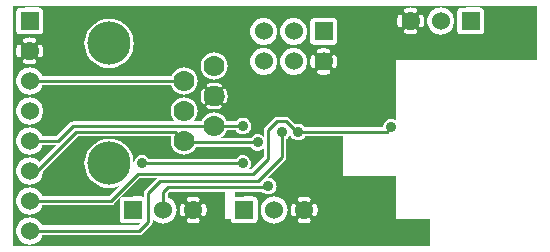
<source format=gbr>
G04 start of page 3 for group 1 idx 1 *
G04 Title: (unknown), solder *
G04 Creator: pcb 20110918 *
G04 CreationDate: Sun 25 Aug 2013 09:43:08 PM GMT UTC *
G04 For: ndholmes *
G04 Format: Gerber/RS-274X *
G04 PCB-Dimensions: 180000 82000 *
G04 PCB-Coordinate-Origin: lower left *
%MOIN*%
%FSLAX25Y25*%
%LNBOTTOM*%
%ADD36C,0.1280*%
%ADD35C,0.0380*%
%ADD34C,0.0300*%
%ADD33C,0.0200*%
%ADD32C,0.0360*%
%ADD31C,0.1440*%
%ADD30C,0.0600*%
%ADD29C,0.0700*%
%ADD28C,0.0100*%
%ADD27C,0.0001*%
G54D27*G36*
X1000Y1000D02*Y10000D01*
X4415D01*
X3847Y9652D01*
X3308Y9192D01*
X2848Y8653D01*
X2478Y8049D01*
X2207Y7395D01*
X2042Y6706D01*
X1986Y6000D01*
X2042Y5294D01*
X2207Y4605D01*
X2478Y3951D01*
X2848Y3347D01*
X3308Y2808D01*
X3847Y2348D01*
X4451Y1978D01*
X5105Y1707D01*
X5794Y1542D01*
X6500Y1486D01*
X7206Y1542D01*
X7895Y1707D01*
X8549Y1978D01*
X9153Y2348D01*
X9692Y2808D01*
X10152Y3347D01*
X10522Y3951D01*
X10749Y4500D01*
X27500D01*
X27500Y4500D01*
X42941D01*
X43000Y4495D01*
X43235Y4514D01*
X43235Y4514D01*
X43465Y4569D01*
X43683Y4659D01*
X43884Y4783D01*
X44064Y4936D01*
X44102Y4981D01*
X47019Y7898D01*
X47064Y7936D01*
X47217Y8115D01*
X47217Y8116D01*
X47341Y8317D01*
X47431Y8535D01*
X47486Y8765D01*
X47505Y9000D01*
X47500Y9059D01*
Y10000D01*
X47644D01*
X47808Y9808D01*
X48347Y9348D01*
X48951Y8978D01*
X49605Y8707D01*
X50294Y8542D01*
X51000Y8486D01*
X51706Y8542D01*
X52395Y8707D01*
X53049Y8978D01*
X53653Y9348D01*
X54192Y9808D01*
X54356Y10000D01*
X59008D01*
X58946Y9913D01*
X58893Y9808D01*
X58857Y9695D01*
X58840Y9579D01*
X58841Y9461D01*
X58860Y9344D01*
X58897Y9232D01*
X58952Y9127D01*
X59022Y9032D01*
X59106Y8949D01*
X59202Y8881D01*
X59308Y8830D01*
X59716Y8682D01*
X60137Y8578D01*
X60567Y8516D01*
X61000Y8495D01*
X61433Y8516D01*
X61863Y8578D01*
X62284Y8682D01*
X62694Y8825D01*
X62800Y8878D01*
X62896Y8947D01*
X62981Y9030D01*
X63051Y9125D01*
X63106Y9231D01*
X63143Y9343D01*
X63163Y9460D01*
X63164Y9579D01*
X63146Y9696D01*
X63110Y9809D01*
X63057Y9915D01*
X62996Y10000D01*
X73513D01*
X73514Y9765D01*
X73569Y9535D01*
X73659Y9317D01*
X73783Y9116D01*
X73936Y8936D01*
X74116Y8783D01*
X74317Y8659D01*
X74535Y8569D01*
X74765Y8514D01*
X75000Y8500D01*
X81235Y8514D01*
X81465Y8569D01*
X81683Y8659D01*
X81884Y8783D01*
X82064Y8936D01*
X82217Y9116D01*
X82341Y9317D01*
X82431Y9535D01*
X82486Y9765D01*
X82500Y10000D01*
X84644D01*
X84808Y9808D01*
X85347Y9348D01*
X85951Y8978D01*
X86605Y8707D01*
X87294Y8542D01*
X88000Y8486D01*
X88706Y8542D01*
X89395Y8707D01*
X90049Y8978D01*
X90653Y9348D01*
X91192Y9808D01*
X91356Y10000D01*
X96008D01*
X95946Y9913D01*
X95893Y9808D01*
X95857Y9695D01*
X95840Y9579D01*
X95841Y9461D01*
X95860Y9344D01*
X95897Y9232D01*
X95952Y9127D01*
X96022Y9032D01*
X96106Y8949D01*
X96202Y8881D01*
X96308Y8830D01*
X96716Y8682D01*
X97137Y8578D01*
X97567Y8516D01*
X98000Y8495D01*
X98433Y8516D01*
X98863Y8578D01*
X99284Y8682D01*
X99694Y8825D01*
X99800Y8878D01*
X99896Y8947D01*
X99981Y9030D01*
X100051Y9125D01*
X100106Y9231D01*
X100143Y9343D01*
X100163Y9460D01*
X100164Y9579D01*
X100146Y9696D01*
X100110Y9809D01*
X100057Y9915D01*
X99996Y10000D01*
X140000D01*
Y1000D01*
X1000D01*
G37*
G36*
X32243Y14500D02*X33441D01*
X33500Y14495D01*
X33735Y14514D01*
X33735Y14514D01*
X33965Y14569D01*
X34183Y14659D01*
X34384Y14783D01*
X34564Y14936D01*
X34602Y14981D01*
X43121Y23500D01*
X48879D01*
X44981Y19602D01*
X44936Y19564D01*
X44783Y19384D01*
X44659Y19183D01*
X44569Y18965D01*
X44514Y18735D01*
X44514Y18735D01*
X44495Y18500D01*
X44500Y18441D01*
Y17416D01*
X44465Y17431D01*
X44235Y17486D01*
X44000Y17500D01*
X37765Y17486D01*
X37535Y17431D01*
X37317Y17341D01*
X37116Y17217D01*
X36936Y17064D01*
X36783Y16884D01*
X36659Y16683D01*
X36569Y16465D01*
X36514Y16235D01*
X36500Y16000D01*
X36514Y9765D01*
X36569Y9535D01*
X36659Y9317D01*
X36783Y9116D01*
X36936Y8936D01*
X37116Y8783D01*
X37317Y8659D01*
X37535Y8569D01*
X37765Y8514D01*
X38000Y8500D01*
X43391Y8512D01*
X42879Y8000D01*
X32243D01*
Y14500D01*
G37*
G36*
Y20334D02*X33000Y20275D01*
X34287Y20376D01*
X35542Y20677D01*
X36420Y21041D01*
X32879Y17500D01*
X32243D01*
Y20334D01*
G37*
G36*
Y37500D02*X53751D01*
X53707Y37395D01*
X53542Y36706D01*
X53486Y36000D01*
X53542Y35294D01*
X53707Y34605D01*
X53978Y33951D01*
X54348Y33347D01*
X54808Y32808D01*
X55347Y32348D01*
X55951Y31978D01*
X56605Y31707D01*
X57294Y31542D01*
X58000Y31486D01*
X58706Y31542D01*
X59395Y31707D01*
X60049Y31978D01*
X60653Y32348D01*
X61192Y32808D01*
X61652Y33347D01*
X62022Y33951D01*
X62042Y34000D01*
X80135D01*
X80228Y33849D01*
X80514Y33514D01*
X80849Y33228D01*
X81225Y32997D01*
X81632Y32829D01*
X82061Y32726D01*
X82500Y32691D01*
X82939Y32726D01*
X83368Y32829D01*
X83775Y32997D01*
X84151Y33228D01*
X84486Y33514D01*
X84500Y33530D01*
Y30621D01*
X80379Y26500D01*
X79470D01*
X79486Y26514D01*
X79772Y26849D01*
X80003Y27225D01*
X80171Y27632D01*
X80274Y28061D01*
X80300Y28500D01*
X80274Y28939D01*
X80171Y29368D01*
X80003Y29775D01*
X79772Y30151D01*
X79486Y30486D01*
X79151Y30772D01*
X78775Y31003D01*
X78368Y31171D01*
X77939Y31274D01*
X77500Y31309D01*
X77061Y31274D01*
X76632Y31171D01*
X76225Y31003D01*
X75849Y30772D01*
X75514Y30486D01*
X75228Y30151D01*
X75135Y30000D01*
X46365D01*
X46272Y30151D01*
X45986Y30486D01*
X45651Y30772D01*
X45275Y31003D01*
X44868Y31171D01*
X44439Y31274D01*
X44000Y31309D01*
X43561Y31274D01*
X43132Y31171D01*
X42725Y31003D01*
X42349Y30772D01*
X42014Y30486D01*
X41728Y30151D01*
X41497Y29775D01*
X41329Y29368D01*
X41226Y28939D01*
X41196Y28563D01*
X41124Y29787D01*
X40823Y31042D01*
X40329Y32234D01*
X39654Y33335D01*
X38816Y34316D01*
X37835Y35154D01*
X36734Y35829D01*
X35542Y36323D01*
X34287Y36624D01*
X33000Y36725D01*
X32243Y36666D01*
Y37500D01*
G37*
G36*
X108113Y81000D02*X118000D01*
Y40500D01*
X108113D01*
Y60353D01*
X108156Y60360D01*
X108268Y60397D01*
X108373Y60452D01*
X108468Y60522D01*
X108551Y60606D01*
X108619Y60702D01*
X108670Y60808D01*
X108818Y61216D01*
X108922Y61637D01*
X108984Y62067D01*
X109005Y62500D01*
X108984Y62933D01*
X108922Y63363D01*
X108818Y63784D01*
X108675Y64194D01*
X108622Y64300D01*
X108553Y64396D01*
X108470Y64481D01*
X108375Y64551D01*
X108269Y64606D01*
X108157Y64643D01*
X108113Y64651D01*
Y68130D01*
X108183Y68159D01*
X108384Y68283D01*
X108564Y68436D01*
X108717Y68616D01*
X108841Y68817D01*
X108931Y69035D01*
X108986Y69265D01*
X109000Y69500D01*
X108986Y75735D01*
X108931Y75965D01*
X108841Y76183D01*
X108717Y76384D01*
X108564Y76564D01*
X108384Y76717D01*
X108183Y76841D01*
X108113Y76870D01*
Y81000D01*
G37*
G36*
Y40500D02*X104500D01*
Y57995D01*
X104933Y58016D01*
X105363Y58078D01*
X105784Y58182D01*
X106194Y58325D01*
X106300Y58378D01*
X106396Y58447D01*
X106481Y58530D01*
X106551Y58625D01*
X106606Y58731D01*
X106643Y58843D01*
X106663Y58960D01*
X106664Y59079D01*
X106646Y59196D01*
X106610Y59309D01*
X106557Y59415D01*
X106488Y59512D01*
X106405Y59596D01*
X106309Y59667D01*
X106204Y59721D01*
X106092Y59759D01*
X105975Y59778D01*
X105856Y59779D01*
X105739Y59761D01*
X105626Y59723D01*
X105355Y59624D01*
X105075Y59556D01*
X104789Y59514D01*
X104500Y59500D01*
Y65500D01*
X104789Y65486D01*
X105075Y65444D01*
X105355Y65376D01*
X105628Y65280D01*
X105739Y65242D01*
X105856Y65225D01*
X105974Y65225D01*
X106091Y65245D01*
X106203Y65282D01*
X106307Y65336D01*
X106402Y65406D01*
X106485Y65491D01*
X106554Y65587D01*
X106607Y65692D01*
X106643Y65805D01*
X106660Y65921D01*
X106659Y66039D01*
X106640Y66156D01*
X106603Y66268D01*
X106548Y66373D01*
X106478Y66468D01*
X106394Y66551D01*
X106298Y66619D01*
X106192Y66670D01*
X105784Y66818D01*
X105363Y66922D01*
X104933Y66984D01*
X104500Y67005D01*
Y68007D01*
X107735Y68014D01*
X107965Y68069D01*
X108113Y68130D01*
Y64651D01*
X108040Y64663D01*
X107921Y64664D01*
X107804Y64646D01*
X107691Y64610D01*
X107585Y64557D01*
X107488Y64488D01*
X107404Y64405D01*
X107333Y64309D01*
X107279Y64204D01*
X107241Y64092D01*
X107222Y63975D01*
X107221Y63856D01*
X107239Y63739D01*
X107277Y63626D01*
X107376Y63355D01*
X107444Y63075D01*
X107486Y62789D01*
X107500Y62500D01*
X107486Y62211D01*
X107444Y61925D01*
X107376Y61645D01*
X107280Y61372D01*
X107242Y61261D01*
X107225Y61144D01*
X107225Y61026D01*
X107245Y60909D01*
X107282Y60797D01*
X107336Y60693D01*
X107406Y60598D01*
X107491Y60515D01*
X107587Y60446D01*
X107692Y60393D01*
X107805Y60357D01*
X107921Y60340D01*
X108039Y60341D01*
X108113Y60353D01*
Y40500D01*
G37*
G36*
X104500Y81000D02*X108113D01*
Y76870D01*
X107965Y76931D01*
X107735Y76986D01*
X107500Y77000D01*
X104500Y76993D01*
Y81000D01*
G37*
G36*
X100887Y68130D02*X101035Y68069D01*
X101265Y68014D01*
X101500Y68000D01*
X104500Y68007D01*
Y67005D01*
X104067Y66984D01*
X103637Y66922D01*
X103216Y66818D01*
X102806Y66675D01*
X102700Y66622D01*
X102604Y66553D01*
X102519Y66470D01*
X102449Y66375D01*
X102394Y66269D01*
X102357Y66157D01*
X102337Y66040D01*
X102336Y65921D01*
X102354Y65804D01*
X102390Y65691D01*
X102443Y65585D01*
X102512Y65488D01*
X102595Y65404D01*
X102691Y65333D01*
X102796Y65279D01*
X102908Y65241D01*
X103025Y65222D01*
X103144Y65221D01*
X103261Y65239D01*
X103374Y65277D01*
X103645Y65376D01*
X103925Y65444D01*
X104211Y65486D01*
X104500Y65500D01*
Y59500D01*
X104211Y59514D01*
X103925Y59556D01*
X103645Y59624D01*
X103372Y59720D01*
X103261Y59758D01*
X103144Y59775D01*
X103026Y59775D01*
X102909Y59755D01*
X102797Y59718D01*
X102693Y59664D01*
X102598Y59594D01*
X102515Y59509D01*
X102446Y59413D01*
X102393Y59308D01*
X102357Y59195D01*
X102340Y59079D01*
X102341Y58961D01*
X102360Y58844D01*
X102397Y58732D01*
X102452Y58627D01*
X102522Y58532D01*
X102606Y58449D01*
X102702Y58381D01*
X102808Y58330D01*
X103216Y58182D01*
X103637Y58078D01*
X104067Y58016D01*
X104500Y57995D01*
Y40500D01*
X100887D01*
Y60349D01*
X100960Y60337D01*
X101079Y60336D01*
X101196Y60354D01*
X101309Y60390D01*
X101415Y60443D01*
X101512Y60512D01*
X101596Y60595D01*
X101667Y60691D01*
X101721Y60796D01*
X101759Y60908D01*
X101778Y61025D01*
X101779Y61144D01*
X101761Y61261D01*
X101723Y61374D01*
X101624Y61645D01*
X101556Y61925D01*
X101514Y62211D01*
X101500Y62500D01*
X101514Y62789D01*
X101556Y63075D01*
X101624Y63355D01*
X101720Y63628D01*
X101758Y63739D01*
X101775Y63856D01*
X101775Y63974D01*
X101755Y64091D01*
X101718Y64203D01*
X101664Y64307D01*
X101594Y64402D01*
X101509Y64485D01*
X101413Y64554D01*
X101308Y64607D01*
X101195Y64643D01*
X101079Y64660D01*
X100961Y64659D01*
X100887Y64647D01*
Y68130D01*
G37*
G36*
Y81000D02*X104500D01*
Y76993D01*
X101265Y76986D01*
X101035Y76931D01*
X100887Y76870D01*
Y81000D01*
G37*
G36*
X94493D02*X100887D01*
Y76870D01*
X100817Y76841D01*
X100616Y76717D01*
X100436Y76564D01*
X100283Y76384D01*
X100159Y76183D01*
X100069Y75965D01*
X100014Y75735D01*
X100000Y75500D01*
X100014Y69265D01*
X100069Y69035D01*
X100159Y68817D01*
X100283Y68616D01*
X100436Y68436D01*
X100616Y68283D01*
X100817Y68159D01*
X100887Y68130D01*
Y64647D01*
X100844Y64640D01*
X100732Y64603D01*
X100627Y64548D01*
X100532Y64478D01*
X100449Y64394D01*
X100381Y64298D01*
X100330Y64192D01*
X100182Y63784D01*
X100078Y63363D01*
X100016Y62933D01*
X99995Y62500D01*
X100016Y62067D01*
X100078Y61637D01*
X100182Y61216D01*
X100325Y60806D01*
X100378Y60700D01*
X100447Y60604D01*
X100530Y60519D01*
X100625Y60449D01*
X100731Y60394D01*
X100843Y60357D01*
X100887Y60349D01*
Y40500D01*
X98365D01*
X98272Y40651D01*
X97986Y40986D01*
X97651Y41272D01*
X97275Y41503D01*
X96868Y41671D01*
X96439Y41774D01*
X96000Y41809D01*
X95561Y41774D01*
X95132Y41671D01*
X95003Y41618D01*
X94493Y42128D01*
Y57987D01*
X94500Y57986D01*
X95206Y58042D01*
X95895Y58207D01*
X96549Y58478D01*
X97153Y58848D01*
X97692Y59308D01*
X98152Y59847D01*
X98522Y60451D01*
X98793Y61105D01*
X98958Y61794D01*
X99000Y62500D01*
X98958Y63206D01*
X98793Y63895D01*
X98522Y64549D01*
X98152Y65153D01*
X97692Y65692D01*
X97153Y66152D01*
X96549Y66522D01*
X95895Y66793D01*
X95206Y66958D01*
X94500Y67014D01*
X94493Y67013D01*
Y67987D01*
X94500Y67986D01*
X95206Y68042D01*
X95895Y68207D01*
X96549Y68478D01*
X97153Y68848D01*
X97692Y69308D01*
X98152Y69847D01*
X98522Y70451D01*
X98793Y71105D01*
X98958Y71794D01*
X99000Y72500D01*
X98958Y73206D01*
X98793Y73895D01*
X98522Y74549D01*
X98152Y75153D01*
X97692Y75692D01*
X97153Y76152D01*
X96549Y76522D01*
X95895Y76793D01*
X95206Y76958D01*
X94500Y77014D01*
X94493Y77013D01*
Y81000D01*
G37*
G36*
X84493D02*X94493D01*
Y77013D01*
X93794Y76958D01*
X93105Y76793D01*
X92451Y76522D01*
X91847Y76152D01*
X91308Y75692D01*
X90848Y75153D01*
X90478Y74549D01*
X90207Y73895D01*
X90042Y73206D01*
X89986Y72500D01*
X90042Y71794D01*
X90207Y71105D01*
X90478Y70451D01*
X90848Y69847D01*
X91308Y69308D01*
X91847Y68848D01*
X92451Y68478D01*
X93105Y68207D01*
X93794Y68042D01*
X94493Y67987D01*
Y67013D01*
X93794Y66958D01*
X93105Y66793D01*
X92451Y66522D01*
X91847Y66152D01*
X91308Y65692D01*
X90848Y65153D01*
X90478Y64549D01*
X90207Y63895D01*
X90042Y63206D01*
X89986Y62500D01*
X90042Y61794D01*
X90207Y61105D01*
X90478Y60451D01*
X90848Y59847D01*
X91308Y59308D01*
X91847Y58848D01*
X92451Y58478D01*
X93105Y58207D01*
X93794Y58042D01*
X94493Y57987D01*
Y42128D01*
X93102Y43519D01*
X93064Y43564D01*
X92884Y43717D01*
X92683Y43841D01*
X92465Y43931D01*
X92235Y43986D01*
X92235Y43986D01*
X92000Y44005D01*
X91941Y44000D01*
X89059D01*
X89000Y44005D01*
X88765Y43986D01*
X88535Y43931D01*
X88317Y43841D01*
X88116Y43717D01*
X88115Y43717D01*
X87936Y43564D01*
X87898Y43519D01*
X84981Y40602D01*
X84936Y40564D01*
X84783Y40384D01*
X84659Y40183D01*
X84569Y39965D01*
X84514Y39735D01*
X84514Y39735D01*
X84495Y39500D01*
X84500Y39441D01*
Y37470D01*
X84493Y37478D01*
Y57987D01*
X84500Y57986D01*
X85206Y58042D01*
X85895Y58207D01*
X86549Y58478D01*
X87153Y58848D01*
X87692Y59308D01*
X88152Y59847D01*
X88522Y60451D01*
X88793Y61105D01*
X88958Y61794D01*
X89000Y62500D01*
X88958Y63206D01*
X88793Y63895D01*
X88522Y64549D01*
X88152Y65153D01*
X87692Y65692D01*
X87153Y66152D01*
X86549Y66522D01*
X85895Y66793D01*
X85206Y66958D01*
X84500Y67014D01*
X84493Y67013D01*
Y67987D01*
X84500Y67986D01*
X85206Y68042D01*
X85895Y68207D01*
X86549Y68478D01*
X87153Y68848D01*
X87692Y69308D01*
X88152Y69847D01*
X88522Y70451D01*
X88793Y71105D01*
X88958Y71794D01*
X89000Y72500D01*
X88958Y73206D01*
X88793Y73895D01*
X88522Y74549D01*
X88152Y75153D01*
X87692Y75692D01*
X87153Y76152D01*
X86549Y76522D01*
X85895Y76793D01*
X85206Y76958D01*
X84500Y77014D01*
X84493Y77013D01*
Y81000D01*
G37*
G36*
X80135Y37000D02*X71720D01*
Y38459D01*
X72022Y38951D01*
X72249Y39500D01*
X75135D01*
X75228Y39349D01*
X75514Y39014D01*
X75849Y38728D01*
X76225Y38497D01*
X76632Y38329D01*
X77061Y38226D01*
X77500Y38191D01*
X77939Y38226D01*
X78368Y38329D01*
X78775Y38497D01*
X79151Y38728D01*
X79486Y39014D01*
X79772Y39349D01*
X80003Y39725D01*
X80171Y40132D01*
X80274Y40561D01*
X80300Y41000D01*
X80274Y41439D01*
X80171Y41868D01*
X80003Y42275D01*
X79772Y42651D01*
X79486Y42986D01*
X79151Y43272D01*
X78775Y43503D01*
X78368Y43671D01*
X77939Y43774D01*
X77500Y43809D01*
X77061Y43774D01*
X76632Y43671D01*
X76225Y43503D01*
X75849Y43272D01*
X75514Y42986D01*
X75228Y42651D01*
X75135Y42500D01*
X72249D01*
X72022Y43049D01*
X71720Y43541D01*
Y48544D01*
X71771Y48583D01*
X71826Y48639D01*
X71870Y48704D01*
X72064Y49056D01*
X72221Y49426D01*
X72344Y49809D01*
X72433Y50200D01*
X72487Y50599D01*
X72504Y51000D01*
X72487Y51401D01*
X72433Y51800D01*
X72344Y52191D01*
X72221Y52574D01*
X72064Y52944D01*
X71874Y53298D01*
X71829Y53363D01*
X71774Y53420D01*
X71720Y53460D01*
Y58459D01*
X72022Y58951D01*
X72293Y59605D01*
X72458Y60294D01*
X72500Y61000D01*
X72458Y61706D01*
X72293Y62395D01*
X72022Y63049D01*
X71720Y63541D01*
Y81000D01*
X84493D01*
Y77013D01*
X83794Y76958D01*
X83105Y76793D01*
X82451Y76522D01*
X81847Y76152D01*
X81308Y75692D01*
X80848Y75153D01*
X80478Y74549D01*
X80207Y73895D01*
X80042Y73206D01*
X79986Y72500D01*
X80042Y71794D01*
X80207Y71105D01*
X80478Y70451D01*
X80848Y69847D01*
X81308Y69308D01*
X81847Y68848D01*
X82451Y68478D01*
X83105Y68207D01*
X83794Y68042D01*
X84493Y67987D01*
Y67013D01*
X83794Y66958D01*
X83105Y66793D01*
X82451Y66522D01*
X81847Y66152D01*
X81308Y65692D01*
X80848Y65153D01*
X80478Y64549D01*
X80207Y63895D01*
X80042Y63206D01*
X79986Y62500D01*
X80042Y61794D01*
X80207Y61105D01*
X80478Y60451D01*
X80848Y59847D01*
X81308Y59308D01*
X81847Y58848D01*
X82451Y58478D01*
X83105Y58207D01*
X83794Y58042D01*
X84493Y57987D01*
Y37478D01*
X84486Y37486D01*
X84151Y37772D01*
X83775Y38003D01*
X83368Y38171D01*
X82939Y38274D01*
X82500Y38309D01*
X82061Y38274D01*
X81632Y38171D01*
X81225Y38003D01*
X80849Y37772D01*
X80514Y37486D01*
X80228Y37151D01*
X80135Y37000D01*
G37*
G36*
X71720Y63541D02*X71652Y63653D01*
X71192Y64192D01*
X70653Y64652D01*
X70049Y65022D01*
X69395Y65293D01*
X68706Y65458D01*
X68000Y65514D01*
X67993Y65513D01*
Y81000D01*
X71720D01*
Y63541D01*
G37*
G36*
Y43541D02*X71652Y43653D01*
X71192Y44192D01*
X70653Y44652D01*
X70049Y45022D01*
X69395Y45293D01*
X68706Y45458D01*
X68000Y45514D01*
X67993Y45513D01*
Y46496D01*
X68000Y46496D01*
X68401Y46513D01*
X68800Y46567D01*
X69191Y46656D01*
X69574Y46779D01*
X69944Y46936D01*
X70298Y47126D01*
X70363Y47171D01*
X70420Y47226D01*
X70468Y47290D01*
X70504Y47360D01*
X70530Y47435D01*
X70544Y47513D01*
X70545Y47592D01*
X70533Y47671D01*
X70510Y47746D01*
X70475Y47817D01*
X70429Y47882D01*
X70374Y47939D01*
X70311Y47987D01*
X70241Y48024D01*
X70166Y48049D01*
X70088Y48063D01*
X70008Y48064D01*
X69930Y48052D01*
X69854Y48029D01*
X69784Y47993D01*
X69510Y47843D01*
X69223Y47721D01*
X68926Y47625D01*
X68621Y47556D01*
X68312Y47514D01*
X68000Y47500D01*
X67993Y47500D01*
Y54500D01*
X68000Y54500D01*
X68312Y54486D01*
X68621Y54444D01*
X68926Y54375D01*
X69223Y54279D01*
X69510Y54157D01*
X69786Y54010D01*
X69855Y53974D01*
X69931Y53951D01*
X70009Y53940D01*
X70087Y53941D01*
X70165Y53954D01*
X70239Y53980D01*
X70309Y54016D01*
X70372Y54064D01*
X70427Y54120D01*
X70472Y54184D01*
X70507Y54255D01*
X70530Y54330D01*
X70541Y54408D01*
X70540Y54487D01*
X70527Y54564D01*
X70501Y54639D01*
X70465Y54708D01*
X70417Y54771D01*
X70361Y54826D01*
X70296Y54870D01*
X69944Y55064D01*
X69574Y55221D01*
X69191Y55344D01*
X68800Y55433D01*
X68401Y55487D01*
X68000Y55504D01*
X67993Y55504D01*
Y56487D01*
X68000Y56486D01*
X68706Y56542D01*
X69395Y56707D01*
X70049Y56978D01*
X70653Y57348D01*
X71192Y57808D01*
X71652Y58347D01*
X71720Y58459D01*
Y53460D01*
X71710Y53468D01*
X71640Y53504D01*
X71565Y53530D01*
X71487Y53544D01*
X71408Y53545D01*
X71329Y53533D01*
X71254Y53510D01*
X71183Y53475D01*
X71118Y53429D01*
X71061Y53374D01*
X71013Y53311D01*
X70976Y53241D01*
X70951Y53166D01*
X70937Y53088D01*
X70936Y53008D01*
X70948Y52930D01*
X70971Y52854D01*
X71007Y52784D01*
X71157Y52510D01*
X71279Y52223D01*
X71375Y51926D01*
X71444Y51621D01*
X71486Y51312D01*
X71500Y51000D01*
X71486Y50688D01*
X71444Y50379D01*
X71375Y50074D01*
X71279Y49777D01*
X71157Y49490D01*
X71010Y49214D01*
X70974Y49145D01*
X70951Y49069D01*
X70940Y48991D01*
X70941Y48913D01*
X70954Y48835D01*
X70980Y48761D01*
X71016Y48691D01*
X71064Y48628D01*
X71120Y48573D01*
X71184Y48528D01*
X71255Y48493D01*
X71330Y48470D01*
X71408Y48459D01*
X71487Y48460D01*
X71564Y48473D01*
X71639Y48499D01*
X71708Y48535D01*
X71720Y48544D01*
Y43541D01*
G37*
G36*
Y37000D02*X70085D01*
X70653Y37348D01*
X71192Y37808D01*
X71652Y38347D01*
X71720Y38459D01*
Y37000D01*
G37*
G36*
X64280Y81000D02*X67993D01*
Y65513D01*
X67294Y65458D01*
X66605Y65293D01*
X65951Y65022D01*
X65347Y64652D01*
X64808Y64192D01*
X64348Y63653D01*
X64280Y63541D01*
Y81000D01*
G37*
G36*
X67993Y45513D02*X67294Y45458D01*
X66605Y45293D01*
X65951Y45022D01*
X65347Y44652D01*
X64808Y44192D01*
X64348Y43653D01*
X64280Y43541D01*
Y48540D01*
X64290Y48532D01*
X64360Y48496D01*
X64435Y48470D01*
X64513Y48456D01*
X64592Y48455D01*
X64671Y48467D01*
X64746Y48490D01*
X64817Y48525D01*
X64882Y48571D01*
X64939Y48626D01*
X64987Y48689D01*
X65024Y48759D01*
X65049Y48834D01*
X65063Y48912D01*
X65064Y48992D01*
X65052Y49070D01*
X65029Y49146D01*
X64993Y49216D01*
X64843Y49490D01*
X64721Y49777D01*
X64625Y50074D01*
X64556Y50379D01*
X64514Y50688D01*
X64500Y51000D01*
X64514Y51312D01*
X64556Y51621D01*
X64625Y51926D01*
X64721Y52223D01*
X64843Y52510D01*
X64990Y52786D01*
X65026Y52855D01*
X65049Y52931D01*
X65060Y53009D01*
X65059Y53087D01*
X65046Y53165D01*
X65020Y53239D01*
X64984Y53309D01*
X64936Y53372D01*
X64880Y53427D01*
X64816Y53472D01*
X64745Y53507D01*
X64670Y53530D01*
X64592Y53541D01*
X64513Y53540D01*
X64436Y53527D01*
X64361Y53501D01*
X64292Y53465D01*
X64280Y53456D01*
Y58459D01*
X64348Y58347D01*
X64808Y57808D01*
X65347Y57348D01*
X65951Y56978D01*
X66605Y56707D01*
X67294Y56542D01*
X67993Y56487D01*
Y55504D01*
X67599Y55487D01*
X67200Y55433D01*
X66809Y55344D01*
X66426Y55221D01*
X66056Y55064D01*
X65702Y54874D01*
X65637Y54829D01*
X65580Y54774D01*
X65532Y54710D01*
X65496Y54640D01*
X65470Y54565D01*
X65456Y54487D01*
X65455Y54408D01*
X65467Y54329D01*
X65490Y54254D01*
X65525Y54183D01*
X65571Y54118D01*
X65626Y54061D01*
X65689Y54013D01*
X65759Y53976D01*
X65834Y53951D01*
X65912Y53937D01*
X65992Y53936D01*
X66070Y53948D01*
X66146Y53971D01*
X66216Y54007D01*
X66490Y54157D01*
X66777Y54279D01*
X67074Y54375D01*
X67379Y54444D01*
X67688Y54486D01*
X67993Y54500D01*
Y47500D01*
X67688Y47514D01*
X67379Y47556D01*
X67074Y47625D01*
X66777Y47721D01*
X66490Y47843D01*
X66214Y47990D01*
X66145Y48026D01*
X66069Y48049D01*
X65991Y48060D01*
X65913Y48059D01*
X65835Y48046D01*
X65761Y48020D01*
X65691Y47984D01*
X65628Y47936D01*
X65573Y47880D01*
X65528Y47816D01*
X65493Y47745D01*
X65470Y47670D01*
X65459Y47592D01*
X65460Y47513D01*
X65473Y47436D01*
X65499Y47361D01*
X65535Y47292D01*
X65583Y47229D01*
X65639Y47174D01*
X65704Y47130D01*
X66056Y46936D01*
X66426Y46779D01*
X66809Y46656D01*
X67200Y46567D01*
X67599Y46513D01*
X67993Y46496D01*
Y45513D01*
G37*
G36*
X64280Y43541D02*X63978Y43049D01*
X63751Y42500D01*
X60831D01*
X61192Y42808D01*
X61652Y43347D01*
X62022Y43951D01*
X62293Y44605D01*
X62458Y45294D01*
X62500Y46000D01*
X62458Y46706D01*
X62293Y47395D01*
X62022Y48049D01*
X61652Y48653D01*
X61192Y49192D01*
X60653Y49652D01*
X60049Y50022D01*
X59395Y50293D01*
X58706Y50458D01*
X58000Y50514D01*
X57294Y50458D01*
X56605Y50293D01*
X55951Y50022D01*
X55347Y49652D01*
X54808Y49192D01*
X54348Y48653D01*
X53978Y48049D01*
X53707Y47395D01*
X53542Y46706D01*
X53486Y46000D01*
X53542Y45294D01*
X53707Y44605D01*
X53978Y43951D01*
X54348Y43347D01*
X54808Y42808D01*
X55169Y42500D01*
X32243D01*
Y54500D01*
X53751D01*
X53978Y53951D01*
X54348Y53347D01*
X54808Y52808D01*
X55347Y52348D01*
X55951Y51978D01*
X56605Y51707D01*
X57294Y51542D01*
X58000Y51486D01*
X58706Y51542D01*
X59395Y51707D01*
X60049Y51978D01*
X60653Y52348D01*
X61192Y52808D01*
X61652Y53347D01*
X62022Y53951D01*
X62293Y54605D01*
X62458Y55294D01*
X62500Y56000D01*
X62458Y56706D01*
X62293Y57395D01*
X62022Y58049D01*
X61652Y58653D01*
X61192Y59192D01*
X60653Y59652D01*
X60049Y60022D01*
X59395Y60293D01*
X58706Y60458D01*
X58000Y60514D01*
X57294Y60458D01*
X56605Y60293D01*
X55951Y60022D01*
X55347Y59652D01*
X54808Y59192D01*
X54348Y58653D01*
X53978Y58049D01*
X53751Y57500D01*
X32243D01*
Y60334D01*
X33000Y60275D01*
X34287Y60376D01*
X35542Y60677D01*
X36734Y61171D01*
X37835Y61846D01*
X38816Y62684D01*
X39654Y63665D01*
X40329Y64766D01*
X40823Y65958D01*
X41124Y67213D01*
X41200Y68500D01*
X41124Y69787D01*
X40823Y71042D01*
X40329Y72234D01*
X39654Y73335D01*
X38816Y74316D01*
X37835Y75154D01*
X36734Y75829D01*
X35542Y76323D01*
X34287Y76624D01*
X33000Y76725D01*
X32243Y76666D01*
Y81000D01*
X64280D01*
Y63541D01*
X63978Y63049D01*
X63707Y62395D01*
X63542Y61706D01*
X63486Y61000D01*
X63542Y60294D01*
X63707Y59605D01*
X63978Y58951D01*
X64280Y58459D01*
Y53456D01*
X64229Y53417D01*
X64174Y53361D01*
X64130Y53296D01*
X63936Y52944D01*
X63779Y52574D01*
X63656Y52191D01*
X63567Y51800D01*
X63513Y51401D01*
X63496Y51000D01*
X63513Y50599D01*
X63567Y50200D01*
X63656Y49809D01*
X63779Y49426D01*
X63936Y49056D01*
X64126Y48702D01*
X64171Y48637D01*
X64226Y48580D01*
X64280Y48540D01*
Y43541D01*
G37*
G36*
X10113Y81000D02*X32243D01*
Y76666D01*
X31713Y76624D01*
X30458Y76323D01*
X29266Y75829D01*
X28165Y75154D01*
X27184Y74316D01*
X26346Y73335D01*
X25671Y72234D01*
X25177Y71042D01*
X24876Y69787D01*
X24775Y68500D01*
X24876Y67213D01*
X25177Y65958D01*
X25671Y64766D01*
X26346Y63665D01*
X27184Y62684D01*
X28165Y61846D01*
X29266Y61171D01*
X30458Y60677D01*
X31713Y60376D01*
X32243Y60334D01*
Y57500D01*
X10749D01*
X10522Y58049D01*
X10152Y58653D01*
X10113Y58698D01*
Y63853D01*
X10156Y63860D01*
X10268Y63897D01*
X10373Y63952D01*
X10468Y64022D01*
X10551Y64106D01*
X10619Y64202D01*
X10670Y64308D01*
X10818Y64716D01*
X10922Y65137D01*
X10984Y65567D01*
X11005Y66000D01*
X10984Y66433D01*
X10922Y66863D01*
X10818Y67284D01*
X10675Y67694D01*
X10622Y67800D01*
X10553Y67896D01*
X10470Y67981D01*
X10375Y68051D01*
X10269Y68106D01*
X10157Y68143D01*
X10113Y68151D01*
Y71630D01*
X10183Y71659D01*
X10384Y71783D01*
X10564Y71936D01*
X10717Y72116D01*
X10841Y72317D01*
X10931Y72535D01*
X10986Y72765D01*
X11000Y73000D01*
X10986Y79235D01*
X10931Y79465D01*
X10841Y79683D01*
X10717Y79884D01*
X10564Y80064D01*
X10384Y80217D01*
X10183Y80341D01*
X10113Y80370D01*
Y81000D01*
G37*
G36*
Y58698D02*X9692Y59192D01*
X9153Y59652D01*
X8549Y60022D01*
X7895Y60293D01*
X7206Y60458D01*
X6500Y60514D01*
X6493Y60513D01*
Y61495D01*
X6500Y61495D01*
X6933Y61516D01*
X7363Y61578D01*
X7784Y61682D01*
X8194Y61825D01*
X8300Y61878D01*
X8396Y61947D01*
X8481Y62030D01*
X8551Y62125D01*
X8606Y62231D01*
X8643Y62343D01*
X8663Y62460D01*
X8664Y62579D01*
X8646Y62696D01*
X8610Y62809D01*
X8557Y62915D01*
X8488Y63012D01*
X8405Y63096D01*
X8309Y63167D01*
X8204Y63221D01*
X8092Y63259D01*
X7975Y63278D01*
X7856Y63279D01*
X7739Y63261D01*
X7626Y63223D01*
X7355Y63124D01*
X7075Y63056D01*
X6789Y63014D01*
X6500Y63000D01*
X6493Y63000D01*
Y69000D01*
X6500Y69000D01*
X6789Y68986D01*
X7075Y68944D01*
X7355Y68876D01*
X7628Y68780D01*
X7739Y68742D01*
X7856Y68725D01*
X7974Y68725D01*
X8091Y68745D01*
X8203Y68782D01*
X8307Y68836D01*
X8402Y68906D01*
X8485Y68991D01*
X8554Y69087D01*
X8607Y69192D01*
X8643Y69305D01*
X8660Y69421D01*
X8659Y69539D01*
X8640Y69656D01*
X8603Y69768D01*
X8548Y69873D01*
X8478Y69968D01*
X8394Y70051D01*
X8298Y70119D01*
X8192Y70170D01*
X7784Y70318D01*
X7363Y70422D01*
X6933Y70484D01*
X6500Y70505D01*
X6493Y70505D01*
Y71507D01*
X9735Y71514D01*
X9965Y71569D01*
X10113Y71630D01*
Y68151D01*
X10040Y68163D01*
X9921Y68164D01*
X9804Y68146D01*
X9691Y68110D01*
X9585Y68057D01*
X9488Y67988D01*
X9404Y67905D01*
X9333Y67809D01*
X9279Y67704D01*
X9241Y67592D01*
X9222Y67475D01*
X9221Y67356D01*
X9239Y67239D01*
X9277Y67126D01*
X9376Y66855D01*
X9444Y66575D01*
X9486Y66289D01*
X9500Y66000D01*
X9486Y65711D01*
X9444Y65425D01*
X9376Y65145D01*
X9280Y64872D01*
X9242Y64761D01*
X9225Y64644D01*
X9225Y64526D01*
X9245Y64409D01*
X9282Y64297D01*
X9336Y64193D01*
X9406Y64098D01*
X9491Y64015D01*
X9587Y63946D01*
X9692Y63893D01*
X9805Y63857D01*
X9921Y63840D01*
X10039Y63841D01*
X10113Y63853D01*
Y58698D01*
G37*
G36*
X6493Y81000D02*X10113D01*
Y80370D01*
X9965Y80431D01*
X9735Y80486D01*
X9500Y80500D01*
X6493Y80493D01*
Y81000D01*
G37*
G36*
Y11487D02*X6500Y11486D01*
X7206Y11542D01*
X7895Y11707D01*
X8549Y11978D01*
X9153Y12348D01*
X9692Y12808D01*
X10152Y13347D01*
X10522Y13951D01*
X10749Y14500D01*
X32243D01*
Y8000D01*
X10542D01*
X10522Y8049D01*
X10152Y8653D01*
X9692Y9192D01*
X9153Y9652D01*
X8549Y10022D01*
X7895Y10293D01*
X7206Y10458D01*
X6500Y10514D01*
X6493Y10513D01*
Y11487D01*
G37*
G36*
Y21487D02*X6500Y21486D01*
X7206Y21542D01*
X7895Y21707D01*
X8549Y21978D01*
X9153Y22348D01*
X9692Y22808D01*
X10152Y23347D01*
X10522Y23951D01*
X10793Y24605D01*
X10958Y25294D01*
X10992Y25871D01*
X22621Y37500D01*
X32243D01*
Y36666D01*
X31713Y36624D01*
X30458Y36323D01*
X29266Y35829D01*
X28165Y35154D01*
X27184Y34316D01*
X26346Y33335D01*
X25671Y32234D01*
X25177Y31042D01*
X24876Y29787D01*
X24775Y28500D01*
X24876Y27213D01*
X25177Y25958D01*
X25671Y24766D01*
X26346Y23665D01*
X27184Y22684D01*
X28165Y21846D01*
X29266Y21171D01*
X30458Y20677D01*
X31713Y20376D01*
X32243Y20334D01*
Y17500D01*
X10749D01*
X10522Y18049D01*
X10152Y18653D01*
X9692Y19192D01*
X9153Y19652D01*
X8549Y20022D01*
X7895Y20293D01*
X7206Y20458D01*
X6500Y20514D01*
X6493Y20513D01*
Y21487D01*
G37*
G36*
Y31487D02*X6500Y31486D01*
X7206Y31542D01*
X7895Y31707D01*
X8549Y31978D01*
X9153Y32348D01*
X9692Y32808D01*
X10152Y33347D01*
X10522Y33951D01*
X10749Y34500D01*
X15379D01*
X9866Y28988D01*
X9692Y29192D01*
X9153Y29652D01*
X8549Y30022D01*
X7895Y30293D01*
X7206Y30458D01*
X6500Y30514D01*
X6493Y30513D01*
Y31487D01*
G37*
G36*
X32243Y42500D02*X21059D01*
X21000Y42505D01*
X20765Y42486D01*
X20535Y42431D01*
X20317Y42341D01*
X20116Y42217D01*
X20115Y42217D01*
X19936Y42064D01*
X19898Y42019D01*
X15379Y37500D01*
X10749D01*
X10522Y38049D01*
X10152Y38653D01*
X9692Y39192D01*
X9153Y39652D01*
X8549Y40022D01*
X7895Y40293D01*
X7206Y40458D01*
X6500Y40514D01*
X6493Y40513D01*
Y41487D01*
X6500Y41486D01*
X7206Y41542D01*
X7895Y41707D01*
X8549Y41978D01*
X9153Y42348D01*
X9692Y42808D01*
X10152Y43347D01*
X10522Y43951D01*
X10793Y44605D01*
X10958Y45294D01*
X11000Y46000D01*
X10958Y46706D01*
X10793Y47395D01*
X10522Y48049D01*
X10152Y48653D01*
X9692Y49192D01*
X9153Y49652D01*
X8549Y50022D01*
X7895Y50293D01*
X7206Y50458D01*
X6500Y50514D01*
X6493Y50513D01*
Y51487D01*
X6500Y51486D01*
X7206Y51542D01*
X7895Y51707D01*
X8549Y51978D01*
X9153Y52348D01*
X9692Y52808D01*
X10152Y53347D01*
X10522Y53951D01*
X10749Y54500D01*
X32243D01*
Y42500D01*
G37*
G36*
X2887Y53302D02*X3308Y52808D01*
X3847Y52348D01*
X4451Y51978D01*
X5105Y51707D01*
X5794Y51542D01*
X6493Y51487D01*
Y50513D01*
X5794Y50458D01*
X5105Y50293D01*
X4451Y50022D01*
X3847Y49652D01*
X3308Y49192D01*
X2887Y48698D01*
Y53302D01*
G37*
G36*
Y71630D02*X3035Y71569D01*
X3265Y71514D01*
X3500Y71500D01*
X6493Y71507D01*
Y70505D01*
X6067Y70484D01*
X5637Y70422D01*
X5216Y70318D01*
X4806Y70175D01*
X4700Y70122D01*
X4604Y70053D01*
X4519Y69970D01*
X4449Y69875D01*
X4394Y69769D01*
X4357Y69657D01*
X4337Y69540D01*
X4336Y69421D01*
X4354Y69304D01*
X4390Y69191D01*
X4443Y69085D01*
X4512Y68988D01*
X4595Y68904D01*
X4691Y68833D01*
X4796Y68779D01*
X4908Y68741D01*
X5025Y68722D01*
X5144Y68721D01*
X5261Y68739D01*
X5374Y68777D01*
X5645Y68876D01*
X5925Y68944D01*
X6211Y68986D01*
X6493Y69000D01*
Y63000D01*
X6211Y63014D01*
X5925Y63056D01*
X5645Y63124D01*
X5372Y63220D01*
X5261Y63258D01*
X5144Y63275D01*
X5026Y63275D01*
X4909Y63255D01*
X4797Y63218D01*
X4693Y63164D01*
X4598Y63094D01*
X4515Y63009D01*
X4446Y62913D01*
X4393Y62808D01*
X4357Y62695D01*
X4340Y62579D01*
X4341Y62461D01*
X4360Y62344D01*
X4397Y62232D01*
X4452Y62127D01*
X4522Y62032D01*
X4606Y61949D01*
X4702Y61881D01*
X4808Y61830D01*
X5216Y61682D01*
X5637Y61578D01*
X6067Y61516D01*
X6493Y61495D01*
Y60513D01*
X5794Y60458D01*
X5105Y60293D01*
X4451Y60022D01*
X3847Y59652D01*
X3308Y59192D01*
X2887Y58698D01*
Y63849D01*
X2960Y63837D01*
X3079Y63836D01*
X3196Y63854D01*
X3309Y63890D01*
X3415Y63943D01*
X3512Y64012D01*
X3596Y64095D01*
X3667Y64191D01*
X3721Y64296D01*
X3759Y64408D01*
X3778Y64525D01*
X3779Y64644D01*
X3761Y64761D01*
X3723Y64874D01*
X3624Y65145D01*
X3556Y65425D01*
X3514Y65711D01*
X3500Y66000D01*
X3514Y66289D01*
X3556Y66575D01*
X3624Y66855D01*
X3720Y67128D01*
X3758Y67239D01*
X3775Y67356D01*
X3775Y67474D01*
X3755Y67591D01*
X3718Y67703D01*
X3664Y67807D01*
X3594Y67902D01*
X3509Y67985D01*
X3413Y68054D01*
X3308Y68107D01*
X3195Y68143D01*
X3079Y68160D01*
X2961Y68159D01*
X2887Y68147D01*
Y71630D01*
G37*
G36*
Y81000D02*X6493D01*
Y80493D01*
X3265Y80486D01*
X3035Y80431D01*
X2887Y80370D01*
Y81000D01*
G37*
G36*
Y13302D02*X3308Y12808D01*
X3847Y12348D01*
X4451Y11978D01*
X5105Y11707D01*
X5794Y11542D01*
X6493Y11487D01*
Y10513D01*
X5794Y10458D01*
X5105Y10293D01*
X4451Y10022D01*
X3847Y9652D01*
X3308Y9192D01*
X2887Y8698D01*
Y13302D01*
G37*
G36*
Y23302D02*X3308Y22808D01*
X3847Y22348D01*
X4451Y21978D01*
X5105Y21707D01*
X5794Y21542D01*
X6493Y21487D01*
Y20513D01*
X5794Y20458D01*
X5105Y20293D01*
X4451Y20022D01*
X3847Y19652D01*
X3308Y19192D01*
X2887Y18698D01*
Y23302D01*
G37*
G36*
Y33302D02*X3308Y32808D01*
X3847Y32348D01*
X4451Y31978D01*
X5105Y31707D01*
X5794Y31542D01*
X6493Y31487D01*
Y30513D01*
X5794Y30458D01*
X5105Y30293D01*
X4451Y30022D01*
X3847Y29652D01*
X3308Y29192D01*
X2887Y28698D01*
Y33302D01*
G37*
G36*
X6493Y40513D02*X5794Y40458D01*
X5105Y40293D01*
X4451Y40022D01*
X3847Y39652D01*
X3308Y39192D01*
X2887Y38698D01*
Y43302D01*
X3308Y42808D01*
X3847Y42348D01*
X4451Y41978D01*
X5105Y41707D01*
X5794Y41542D01*
X6493Y41487D01*
Y40513D01*
G37*
G36*
X2887Y38698D02*X2848Y38653D01*
X2478Y38049D01*
X2207Y37395D01*
X2042Y36706D01*
X1986Y36000D01*
X2042Y35294D01*
X2207Y34605D01*
X2478Y33951D01*
X2848Y33347D01*
X2887Y33302D01*
Y28698D01*
X2848Y28653D01*
X2478Y28049D01*
X2207Y27395D01*
X2042Y26706D01*
X1986Y26000D01*
X2042Y25294D01*
X2207Y24605D01*
X2478Y23951D01*
X2848Y23347D01*
X2887Y23302D01*
Y18698D01*
X2848Y18653D01*
X2478Y18049D01*
X2207Y17395D01*
X2042Y16706D01*
X1986Y16000D01*
X2042Y15294D01*
X2207Y14605D01*
X2478Y13951D01*
X2848Y13347D01*
X2887Y13302D01*
Y8698D01*
X2848Y8653D01*
X2478Y8049D01*
X2458Y8000D01*
X1000D01*
Y81000D01*
X2887D01*
Y80370D01*
X2817Y80341D01*
X2616Y80217D01*
X2436Y80064D01*
X2283Y79884D01*
X2159Y79683D01*
X2069Y79465D01*
X2014Y79235D01*
X2000Y79000D01*
X2014Y72765D01*
X2069Y72535D01*
X2159Y72317D01*
X2283Y72116D01*
X2436Y71936D01*
X2616Y71783D01*
X2817Y71659D01*
X2887Y71630D01*
Y68147D01*
X2844Y68140D01*
X2732Y68103D01*
X2627Y68048D01*
X2532Y67978D01*
X2449Y67894D01*
X2381Y67798D01*
X2330Y67692D01*
X2182Y67284D01*
X2078Y66863D01*
X2016Y66433D01*
X1995Y66000D01*
X2016Y65567D01*
X2078Y65137D01*
X2182Y64716D01*
X2325Y64306D01*
X2378Y64200D01*
X2447Y64104D01*
X2530Y64019D01*
X2625Y63949D01*
X2731Y63894D01*
X2843Y63857D01*
X2887Y63849D01*
Y58698D01*
X2848Y58653D01*
X2478Y58049D01*
X2207Y57395D01*
X2042Y56706D01*
X1986Y56000D01*
X2042Y55294D01*
X2207Y54605D01*
X2478Y53951D01*
X2848Y53347D01*
X2887Y53302D01*
Y48698D01*
X2848Y48653D01*
X2478Y48049D01*
X2207Y47395D01*
X2042Y46706D01*
X1986Y46000D01*
X2042Y45294D01*
X2207Y44605D01*
X2478Y43951D01*
X2848Y43347D01*
X2887Y43302D01*
Y38698D01*
G37*
G36*
X111000Y7000D02*X101613D01*
Y10853D01*
X101656Y10860D01*
X101768Y10897D01*
X101873Y10952D01*
X101968Y11022D01*
X102051Y11106D01*
X102119Y11202D01*
X102170Y11308D01*
X102318Y11716D01*
X102422Y12137D01*
X102484Y12567D01*
X102505Y13000D01*
X102484Y13433D01*
X102422Y13863D01*
X102318Y14284D01*
X102175Y14694D01*
X102122Y14800D01*
X102053Y14896D01*
X101970Y14981D01*
X101875Y15051D01*
X101769Y15106D01*
X101657Y15143D01*
X101613Y15151D01*
Y37500D01*
X111000D01*
Y7000D01*
G37*
G36*
X101613D02*X98002D01*
Y8495D01*
X98433Y8516D01*
X98863Y8578D01*
X99284Y8682D01*
X99694Y8825D01*
X99800Y8878D01*
X99896Y8947D01*
X99981Y9030D01*
X100051Y9125D01*
X100106Y9231D01*
X100143Y9343D01*
X100163Y9460D01*
X100164Y9579D01*
X100146Y9696D01*
X100110Y9809D01*
X100057Y9915D01*
X99988Y10012D01*
X99905Y10096D01*
X99809Y10167D01*
X99704Y10221D01*
X99592Y10259D01*
X99475Y10278D01*
X99356Y10279D01*
X99239Y10261D01*
X99126Y10223D01*
X98855Y10124D01*
X98575Y10056D01*
X98289Y10014D01*
X98002Y10000D01*
Y16000D01*
X98289Y15986D01*
X98575Y15944D01*
X98855Y15876D01*
X99128Y15780D01*
X99239Y15742D01*
X99356Y15725D01*
X99474Y15725D01*
X99591Y15745D01*
X99703Y15782D01*
X99807Y15836D01*
X99902Y15906D01*
X99985Y15991D01*
X100054Y16087D01*
X100107Y16192D01*
X100143Y16305D01*
X100160Y16421D01*
X100159Y16539D01*
X100140Y16656D01*
X100103Y16768D01*
X100048Y16873D01*
X99978Y16968D01*
X99894Y17051D01*
X99798Y17119D01*
X99692Y17170D01*
X99284Y17318D01*
X98863Y17422D01*
X98433Y17484D01*
X98002Y17505D01*
Y37032D01*
X98272Y37349D01*
X98365Y37500D01*
X101613D01*
Y15151D01*
X101540Y15163D01*
X101421Y15164D01*
X101304Y15146D01*
X101191Y15110D01*
X101085Y15057D01*
X100988Y14988D01*
X100904Y14905D01*
X100833Y14809D01*
X100779Y14704D01*
X100741Y14592D01*
X100722Y14475D01*
X100721Y14356D01*
X100739Y14239D01*
X100777Y14126D01*
X100876Y13855D01*
X100944Y13575D01*
X100986Y13289D01*
X101000Y13000D01*
X100986Y12711D01*
X100944Y12425D01*
X100876Y12145D01*
X100780Y11872D01*
X100742Y11761D01*
X100725Y11644D01*
X100725Y11526D01*
X100745Y11409D01*
X100782Y11297D01*
X100836Y11193D01*
X100906Y11098D01*
X100991Y11015D01*
X101087Y10946D01*
X101192Y10893D01*
X101305Y10857D01*
X101421Y10840D01*
X101539Y10841D01*
X101613Y10853D01*
Y7000D01*
G37*
G36*
X98002D02*X94387D01*
Y10849D01*
X94460Y10837D01*
X94579Y10836D01*
X94696Y10854D01*
X94809Y10890D01*
X94915Y10943D01*
X95012Y11012D01*
X95096Y11095D01*
X95167Y11191D01*
X95221Y11296D01*
X95259Y11408D01*
X95278Y11525D01*
X95279Y11644D01*
X95261Y11761D01*
X95223Y11874D01*
X95124Y12145D01*
X95056Y12425D01*
X95014Y12711D01*
X95000Y13000D01*
X95014Y13289D01*
X95056Y13575D01*
X95124Y13855D01*
X95220Y14128D01*
X95258Y14239D01*
X95275Y14356D01*
X95275Y14474D01*
X95255Y14591D01*
X95218Y14703D01*
X95164Y14807D01*
X95094Y14902D01*
X95009Y14985D01*
X94913Y15054D01*
X94808Y15107D01*
X94695Y15143D01*
X94579Y15160D01*
X94461Y15159D01*
X94387Y15147D01*
Y36705D01*
X94725Y36497D01*
X95132Y36329D01*
X95561Y36226D01*
X96000Y36191D01*
X96439Y36226D01*
X96868Y36329D01*
X97275Y36497D01*
X97651Y36728D01*
X97986Y37014D01*
X98002Y37032D01*
Y17505D01*
X98000Y17505D01*
X97567Y17484D01*
X97137Y17422D01*
X96716Y17318D01*
X96306Y17175D01*
X96200Y17122D01*
X96104Y17053D01*
X96019Y16970D01*
X95949Y16875D01*
X95894Y16769D01*
X95857Y16657D01*
X95837Y16540D01*
X95836Y16421D01*
X95854Y16304D01*
X95890Y16191D01*
X95943Y16085D01*
X96012Y15988D01*
X96095Y15904D01*
X96191Y15833D01*
X96296Y15779D01*
X96408Y15741D01*
X96525Y15722D01*
X96644Y15721D01*
X96761Y15739D01*
X96874Y15777D01*
X97145Y15876D01*
X97425Y15944D01*
X97711Y15986D01*
X98000Y16000D01*
X98002Y16000D01*
Y10000D01*
X98000Y10000D01*
X97711Y10014D01*
X97425Y10056D01*
X97145Y10124D01*
X96872Y10220D01*
X96761Y10258D01*
X96644Y10275D01*
X96526Y10275D01*
X96409Y10255D01*
X96297Y10218D01*
X96193Y10164D01*
X96098Y10094D01*
X96015Y10009D01*
X95946Y9913D01*
X95893Y9808D01*
X95857Y9695D01*
X95840Y9579D01*
X95841Y9461D01*
X95860Y9344D01*
X95897Y9232D01*
X95952Y9127D01*
X96022Y9032D01*
X96106Y8949D01*
X96202Y8881D01*
X96308Y8830D01*
X96716Y8682D01*
X97137Y8578D01*
X97567Y8516D01*
X98000Y8495D01*
X98002Y8495D01*
Y7000D01*
G37*
G36*
X94387D02*X87993D01*
Y8487D01*
X88000Y8486D01*
X88706Y8542D01*
X89395Y8707D01*
X90049Y8978D01*
X90653Y9348D01*
X91192Y9808D01*
X91652Y10347D01*
X92022Y10951D01*
X92293Y11605D01*
X92458Y12294D01*
X92500Y13000D01*
X92458Y13706D01*
X92293Y14395D01*
X92022Y15049D01*
X91652Y15653D01*
X91192Y16192D01*
X90653Y16652D01*
X90049Y17022D01*
X89395Y17293D01*
X88706Y17458D01*
X88000Y17514D01*
X87993Y17513D01*
Y19022D01*
X88272Y19349D01*
X88503Y19725D01*
X88671Y20132D01*
X88774Y20561D01*
X88800Y21000D01*
X88774Y21439D01*
X88671Y21868D01*
X88503Y22275D01*
X88272Y22651D01*
X87993Y22978D01*
Y25872D01*
X91519Y29398D01*
X91564Y29436D01*
X91717Y29615D01*
X91717Y29616D01*
X91841Y29817D01*
X91931Y30035D01*
X91986Y30265D01*
X92005Y30500D01*
X92000Y30559D01*
Y36635D01*
X92151Y36728D01*
X92486Y37014D01*
X92772Y37349D01*
X93003Y37725D01*
X93171Y38132D01*
X93250Y38460D01*
X93329Y38132D01*
X93497Y37725D01*
X93728Y37349D01*
X94014Y37014D01*
X94349Y36728D01*
X94387Y36705D01*
Y15147D01*
X94344Y15140D01*
X94232Y15103D01*
X94127Y15048D01*
X94032Y14978D01*
X93949Y14894D01*
X93881Y14798D01*
X93830Y14692D01*
X93682Y14284D01*
X93578Y13863D01*
X93516Y13433D01*
X93495Y13000D01*
X93516Y12567D01*
X93578Y12137D01*
X93682Y11716D01*
X93825Y11306D01*
X93878Y11200D01*
X93947Y11104D01*
X94030Y11019D01*
X94125Y10949D01*
X94231Y10894D01*
X94343Y10857D01*
X94387Y10849D01*
Y7000D01*
G37*
G36*
X87993Y22978D02*X87986Y22986D01*
X87651Y23272D01*
X87275Y23503D01*
X86868Y23671D01*
X86439Y23774D01*
X86000Y23809D01*
X85924Y23803D01*
X87993Y25872D01*
Y22978D01*
G37*
G36*
Y7000D02*X75000D01*
Y8500D01*
X81235Y8514D01*
X81465Y8569D01*
X81683Y8659D01*
X81884Y8783D01*
X82064Y8936D01*
X82217Y9116D01*
X82341Y9317D01*
X82431Y9535D01*
X82486Y9765D01*
X82500Y10000D01*
X82486Y16235D01*
X82431Y16465D01*
X82341Y16683D01*
X82217Y16884D01*
X82064Y17064D01*
X81884Y17217D01*
X81683Y17341D01*
X81465Y17431D01*
X81235Y17486D01*
X81000Y17500D01*
X75000Y17487D01*
Y19000D01*
X84030D01*
X84349Y18728D01*
X84725Y18497D01*
X85132Y18329D01*
X85561Y18226D01*
X86000Y18191D01*
X86439Y18226D01*
X86868Y18329D01*
X87275Y18497D01*
X87651Y18728D01*
X87986Y19014D01*
X87993Y19022D01*
Y17513D01*
X87294Y17458D01*
X86605Y17293D01*
X85951Y17022D01*
X85347Y16652D01*
X84808Y16192D01*
X84348Y15653D01*
X83978Y15049D01*
X83707Y14395D01*
X83542Y13706D01*
X83486Y13000D01*
X83542Y12294D01*
X83707Y11605D01*
X83978Y10951D01*
X84348Y10347D01*
X84808Y9808D01*
X85347Y9348D01*
X85951Y8978D01*
X86605Y8707D01*
X87294Y8542D01*
X87993Y8487D01*
Y7000D01*
G37*
G36*
X71500Y5000D02*X64613D01*
Y10853D01*
X64656Y10860D01*
X64768Y10897D01*
X64873Y10952D01*
X64968Y11022D01*
X65051Y11106D01*
X65119Y11202D01*
X65170Y11308D01*
X65318Y11716D01*
X65422Y12137D01*
X65484Y12567D01*
X65505Y13000D01*
X65484Y13433D01*
X65422Y13863D01*
X65318Y14284D01*
X65175Y14694D01*
X65122Y14800D01*
X65053Y14896D01*
X64970Y14981D01*
X64875Y15051D01*
X64769Y15106D01*
X64657Y15143D01*
X64613Y15151D01*
Y19000D01*
X71500D01*
Y5000D01*
G37*
G36*
X64613D02*X61002D01*
Y8495D01*
X61433Y8516D01*
X61863Y8578D01*
X62284Y8682D01*
X62694Y8825D01*
X62800Y8878D01*
X62896Y8947D01*
X62981Y9030D01*
X63051Y9125D01*
X63106Y9231D01*
X63143Y9343D01*
X63163Y9460D01*
X63164Y9579D01*
X63146Y9696D01*
X63110Y9809D01*
X63057Y9915D01*
X62988Y10012D01*
X62905Y10096D01*
X62809Y10167D01*
X62704Y10221D01*
X62592Y10259D01*
X62475Y10278D01*
X62356Y10279D01*
X62239Y10261D01*
X62126Y10223D01*
X61855Y10124D01*
X61575Y10056D01*
X61289Y10014D01*
X61002Y10000D01*
Y16000D01*
X61289Y15986D01*
X61575Y15944D01*
X61855Y15876D01*
X62128Y15780D01*
X62239Y15742D01*
X62356Y15725D01*
X62474Y15725D01*
X62591Y15745D01*
X62703Y15782D01*
X62807Y15836D01*
X62902Y15906D01*
X62985Y15991D01*
X63054Y16087D01*
X63107Y16192D01*
X63143Y16305D01*
X63160Y16421D01*
X63159Y16539D01*
X63140Y16656D01*
X63103Y16768D01*
X63048Y16873D01*
X62978Y16968D01*
X62894Y17051D01*
X62798Y17119D01*
X62692Y17170D01*
X62284Y17318D01*
X61863Y17422D01*
X61433Y17484D01*
X61002Y17505D01*
Y19000D01*
X64613D01*
Y15151D01*
X64540Y15163D01*
X64421Y15164D01*
X64304Y15146D01*
X64191Y15110D01*
X64085Y15057D01*
X63988Y14988D01*
X63904Y14905D01*
X63833Y14809D01*
X63779Y14704D01*
X63741Y14592D01*
X63722Y14475D01*
X63721Y14356D01*
X63739Y14239D01*
X63777Y14126D01*
X63876Y13855D01*
X63944Y13575D01*
X63986Y13289D01*
X64000Y13000D01*
X63986Y12711D01*
X63944Y12425D01*
X63876Y12145D01*
X63780Y11872D01*
X63742Y11761D01*
X63725Y11644D01*
X63725Y11526D01*
X63745Y11409D01*
X63782Y11297D01*
X63836Y11193D01*
X63906Y11098D01*
X63991Y11015D01*
X64087Y10946D01*
X64192Y10893D01*
X64305Y10857D01*
X64421Y10840D01*
X64539Y10841D01*
X64613Y10853D01*
Y5000D01*
G37*
G36*
X61002D02*X57387D01*
Y10849D01*
X57460Y10837D01*
X57579Y10836D01*
X57696Y10854D01*
X57809Y10890D01*
X57915Y10943D01*
X58012Y11012D01*
X58096Y11095D01*
X58167Y11191D01*
X58221Y11296D01*
X58259Y11408D01*
X58278Y11525D01*
X58279Y11644D01*
X58261Y11761D01*
X58223Y11874D01*
X58124Y12145D01*
X58056Y12425D01*
X58014Y12711D01*
X58000Y13000D01*
X58014Y13289D01*
X58056Y13575D01*
X58124Y13855D01*
X58220Y14128D01*
X58258Y14239D01*
X58275Y14356D01*
X58275Y14474D01*
X58255Y14591D01*
X58218Y14703D01*
X58164Y14807D01*
X58094Y14902D01*
X58009Y14985D01*
X57913Y15054D01*
X57808Y15107D01*
X57695Y15143D01*
X57579Y15160D01*
X57461Y15159D01*
X57387Y15147D01*
Y19000D01*
X61002D01*
Y17505D01*
X61000Y17505D01*
X60567Y17484D01*
X60137Y17422D01*
X59716Y17318D01*
X59306Y17175D01*
X59200Y17122D01*
X59104Y17053D01*
X59019Y16970D01*
X58949Y16875D01*
X58894Y16769D01*
X58857Y16657D01*
X58837Y16540D01*
X58836Y16421D01*
X58854Y16304D01*
X58890Y16191D01*
X58943Y16085D01*
X59012Y15988D01*
X59095Y15904D01*
X59191Y15833D01*
X59296Y15779D01*
X59408Y15741D01*
X59525Y15722D01*
X59644Y15721D01*
X59761Y15739D01*
X59874Y15777D01*
X60145Y15876D01*
X60425Y15944D01*
X60711Y15986D01*
X61000Y16000D01*
X61002Y16000D01*
Y10000D01*
X61000Y10000D01*
X60711Y10014D01*
X60425Y10056D01*
X60145Y10124D01*
X59872Y10220D01*
X59761Y10258D01*
X59644Y10275D01*
X59526Y10275D01*
X59409Y10255D01*
X59297Y10218D01*
X59193Y10164D01*
X59098Y10094D01*
X59015Y10009D01*
X58946Y9913D01*
X58893Y9808D01*
X58857Y9695D01*
X58840Y9579D01*
X58841Y9461D01*
X58860Y9344D01*
X58897Y9232D01*
X58952Y9127D01*
X59022Y9032D01*
X59106Y8949D01*
X59202Y8881D01*
X59308Y8830D01*
X59716Y8682D01*
X60137Y8578D01*
X60567Y8516D01*
X61000Y8495D01*
X61002Y8495D01*
Y5000D01*
G37*
G36*
X57387D02*X51000D01*
Y8486D01*
X51706Y8542D01*
X52395Y8707D01*
X53049Y8978D01*
X53653Y9348D01*
X54192Y9808D01*
X54652Y10347D01*
X55022Y10951D01*
X55293Y11605D01*
X55458Y12294D01*
X55500Y13000D01*
X55458Y13706D01*
X55293Y14395D01*
X55022Y15049D01*
X54652Y15653D01*
X54192Y16192D01*
X53653Y16652D01*
X53049Y17022D01*
X52500Y17249D01*
Y18379D01*
X53121Y19000D01*
X57387D01*
Y15147D01*
X57344Y15140D01*
X57232Y15103D01*
X57127Y15048D01*
X57032Y14978D01*
X56949Y14894D01*
X56881Y14798D01*
X56830Y14692D01*
X56682Y14284D01*
X56578Y13863D01*
X56516Y13433D01*
X56495Y13000D01*
X56516Y12567D01*
X56578Y12137D01*
X56682Y11716D01*
X56825Y11306D01*
X56878Y11200D01*
X56947Y11104D01*
X57030Y11019D01*
X57125Y10949D01*
X57231Y10894D01*
X57343Y10857D01*
X57387Y10849D01*
Y5000D01*
G37*
G36*
X128500Y7500D02*X108412D01*
Y24412D01*
X128500D01*
Y7500D01*
G37*
G36*
X113000Y40500D02*Y81000D01*
X128500D01*
Y42865D01*
X128275Y43003D01*
X127868Y43171D01*
X127439Y43274D01*
X127000Y43309D01*
X126561Y43274D01*
X126132Y43171D01*
X125725Y43003D01*
X125349Y42772D01*
X125014Y42486D01*
X124728Y42151D01*
X124497Y41775D01*
X124329Y41368D01*
X124226Y40939D01*
X124191Y40500D01*
X124000D01*
X124000Y40500D01*
X113000D01*
G37*
G36*
X153500Y81000D02*X158500D01*
Y63500D01*
X153500D01*
Y71507D01*
X156735Y71514D01*
X156965Y71569D01*
X157183Y71659D01*
X157384Y71783D01*
X157564Y71936D01*
X157717Y72116D01*
X157841Y72317D01*
X157931Y72535D01*
X157986Y72765D01*
X158000Y73000D01*
X157986Y79235D01*
X157931Y79465D01*
X157841Y79683D01*
X157717Y79884D01*
X157564Y80064D01*
X157384Y80217D01*
X157183Y80341D01*
X156965Y80431D01*
X156735Y80486D01*
X156500Y80500D01*
X153500Y80493D01*
Y81000D01*
G37*
G36*
X143493D02*X153500D01*
Y80493D01*
X150265Y80486D01*
X150035Y80431D01*
X149817Y80341D01*
X149616Y80217D01*
X149436Y80064D01*
X149283Y79884D01*
X149159Y79683D01*
X149069Y79465D01*
X149014Y79235D01*
X149000Y79000D01*
X149014Y72765D01*
X149069Y72535D01*
X149159Y72317D01*
X149283Y72116D01*
X149436Y71936D01*
X149616Y71783D01*
X149817Y71659D01*
X150035Y71569D01*
X150265Y71514D01*
X150500Y71500D01*
X153500Y71507D01*
Y63500D01*
X143493D01*
Y71487D01*
X143500Y71486D01*
X144206Y71542D01*
X144895Y71707D01*
X145549Y71978D01*
X146153Y72348D01*
X146692Y72808D01*
X147152Y73347D01*
X147522Y73951D01*
X147793Y74605D01*
X147958Y75294D01*
X148000Y76000D01*
X147958Y76706D01*
X147793Y77395D01*
X147522Y78049D01*
X147152Y78653D01*
X146692Y79192D01*
X146153Y79652D01*
X145549Y80022D01*
X144895Y80293D01*
X144206Y80458D01*
X143500Y80514D01*
X143493Y80513D01*
Y81000D01*
G37*
G36*
X137113D02*X143493D01*
Y80513D01*
X142794Y80458D01*
X142105Y80293D01*
X141451Y80022D01*
X140847Y79652D01*
X140308Y79192D01*
X139848Y78653D01*
X139478Y78049D01*
X139207Y77395D01*
X139042Y76706D01*
X138986Y76000D01*
X139042Y75294D01*
X139207Y74605D01*
X139478Y73951D01*
X139848Y73347D01*
X140308Y72808D01*
X140847Y72348D01*
X141451Y71978D01*
X142105Y71707D01*
X142794Y71542D01*
X143493Y71487D01*
Y63500D01*
X137113D01*
Y73853D01*
X137156Y73860D01*
X137268Y73897D01*
X137373Y73952D01*
X137468Y74022D01*
X137551Y74106D01*
X137619Y74202D01*
X137670Y74308D01*
X137818Y74716D01*
X137922Y75137D01*
X137984Y75567D01*
X138005Y76000D01*
X137984Y76433D01*
X137922Y76863D01*
X137818Y77284D01*
X137675Y77694D01*
X137622Y77800D01*
X137553Y77896D01*
X137470Y77981D01*
X137375Y78051D01*
X137269Y78106D01*
X137157Y78143D01*
X137113Y78151D01*
Y81000D01*
G37*
G36*
X133502D02*X137113D01*
Y78151D01*
X137040Y78163D01*
X136921Y78164D01*
X136804Y78146D01*
X136691Y78110D01*
X136585Y78057D01*
X136488Y77988D01*
X136404Y77905D01*
X136333Y77809D01*
X136279Y77704D01*
X136241Y77592D01*
X136222Y77475D01*
X136221Y77356D01*
X136239Y77239D01*
X136277Y77126D01*
X136376Y76855D01*
X136444Y76575D01*
X136486Y76289D01*
X136500Y76000D01*
X136486Y75711D01*
X136444Y75425D01*
X136376Y75145D01*
X136280Y74872D01*
X136242Y74761D01*
X136225Y74644D01*
X136225Y74526D01*
X136245Y74409D01*
X136282Y74297D01*
X136336Y74193D01*
X136406Y74098D01*
X136491Y74015D01*
X136587Y73946D01*
X136692Y73893D01*
X136805Y73857D01*
X136921Y73840D01*
X137039Y73841D01*
X137113Y73853D01*
Y63500D01*
X133502D01*
Y71495D01*
X133933Y71516D01*
X134363Y71578D01*
X134784Y71682D01*
X135194Y71825D01*
X135300Y71878D01*
X135396Y71947D01*
X135481Y72030D01*
X135551Y72125D01*
X135606Y72231D01*
X135643Y72343D01*
X135663Y72460D01*
X135664Y72579D01*
X135646Y72696D01*
X135610Y72809D01*
X135557Y72915D01*
X135488Y73012D01*
X135405Y73096D01*
X135309Y73167D01*
X135204Y73221D01*
X135092Y73259D01*
X134975Y73278D01*
X134856Y73279D01*
X134739Y73261D01*
X134626Y73223D01*
X134355Y73124D01*
X134075Y73056D01*
X133789Y73014D01*
X133502Y73000D01*
Y79000D01*
X133789Y78986D01*
X134075Y78944D01*
X134355Y78876D01*
X134628Y78780D01*
X134739Y78742D01*
X134856Y78725D01*
X134974Y78725D01*
X135091Y78745D01*
X135203Y78782D01*
X135307Y78836D01*
X135402Y78906D01*
X135485Y78991D01*
X135554Y79087D01*
X135607Y79192D01*
X135643Y79305D01*
X135660Y79421D01*
X135659Y79539D01*
X135640Y79656D01*
X135603Y79768D01*
X135548Y79873D01*
X135478Y79968D01*
X135394Y80051D01*
X135298Y80119D01*
X135192Y80170D01*
X134784Y80318D01*
X134363Y80422D01*
X133933Y80484D01*
X133502Y80505D01*
Y81000D01*
G37*
G36*
X129887D02*X133502D01*
Y80505D01*
X133500Y80505D01*
X133067Y80484D01*
X132637Y80422D01*
X132216Y80318D01*
X131806Y80175D01*
X131700Y80122D01*
X131604Y80053D01*
X131519Y79970D01*
X131449Y79875D01*
X131394Y79769D01*
X131357Y79657D01*
X131337Y79540D01*
X131336Y79421D01*
X131354Y79304D01*
X131390Y79191D01*
X131443Y79085D01*
X131512Y78988D01*
X131595Y78904D01*
X131691Y78833D01*
X131796Y78779D01*
X131908Y78741D01*
X132025Y78722D01*
X132144Y78721D01*
X132261Y78739D01*
X132374Y78777D01*
X132645Y78876D01*
X132925Y78944D01*
X133211Y78986D01*
X133500Y79000D01*
X133502Y79000D01*
Y73000D01*
X133500Y73000D01*
X133211Y73014D01*
X132925Y73056D01*
X132645Y73124D01*
X132372Y73220D01*
X132261Y73258D01*
X132144Y73275D01*
X132026Y73275D01*
X131909Y73255D01*
X131797Y73218D01*
X131693Y73164D01*
X131598Y73094D01*
X131515Y73009D01*
X131446Y72913D01*
X131393Y72808D01*
X131357Y72695D01*
X131340Y72579D01*
X131341Y72461D01*
X131360Y72344D01*
X131397Y72232D01*
X131452Y72127D01*
X131522Y72032D01*
X131606Y71949D01*
X131702Y71881D01*
X131808Y71830D01*
X132216Y71682D01*
X132637Y71578D01*
X133067Y71516D01*
X133500Y71495D01*
X133502Y71495D01*
Y63500D01*
X129887D01*
Y73849D01*
X129960Y73837D01*
X130079Y73836D01*
X130196Y73854D01*
X130309Y73890D01*
X130415Y73943D01*
X130512Y74012D01*
X130596Y74095D01*
X130667Y74191D01*
X130721Y74296D01*
X130759Y74408D01*
X130778Y74525D01*
X130779Y74644D01*
X130761Y74761D01*
X130723Y74874D01*
X130624Y75145D01*
X130556Y75425D01*
X130514Y75711D01*
X130500Y76000D01*
X130514Y76289D01*
X130556Y76575D01*
X130624Y76855D01*
X130720Y77128D01*
X130758Y77239D01*
X130775Y77356D01*
X130775Y77474D01*
X130755Y77591D01*
X130718Y77703D01*
X130664Y77807D01*
X130594Y77902D01*
X130509Y77985D01*
X130413Y78054D01*
X130308Y78107D01*
X130195Y78143D01*
X130079Y78160D01*
X129961Y78159D01*
X129887Y78147D01*
Y81000D01*
G37*
G36*
X125500D02*X129887D01*
Y78147D01*
X129844Y78140D01*
X129732Y78103D01*
X129627Y78048D01*
X129532Y77978D01*
X129449Y77894D01*
X129381Y77798D01*
X129330Y77692D01*
X129182Y77284D01*
X129078Y76863D01*
X129016Y76433D01*
X128995Y76000D01*
X129016Y75567D01*
X129078Y75137D01*
X129182Y74716D01*
X129325Y74306D01*
X129378Y74200D01*
X129447Y74104D01*
X129530Y74019D01*
X129625Y73949D01*
X129731Y73894D01*
X129843Y73857D01*
X129887Y73849D01*
Y63500D01*
X125500D01*
Y81000D01*
G37*
G36*
X175500Y63000D02*X153500D01*
Y71507D01*
X156735Y71514D01*
X156965Y71569D01*
X157183Y71659D01*
X157384Y71783D01*
X157564Y71936D01*
X157717Y72116D01*
X157841Y72317D01*
X157931Y72535D01*
X157986Y72765D01*
X158000Y73000D01*
X157986Y79235D01*
X157931Y79465D01*
X157841Y79683D01*
X157717Y79884D01*
X157564Y80064D01*
X157384Y80217D01*
X157183Y80341D01*
X156965Y80431D01*
X156735Y80486D01*
X156500Y80500D01*
X153500Y80493D01*
Y81000D01*
X175500D01*
Y63000D01*
G37*
G36*
X153500D02*X143493D01*
Y71487D01*
X143500Y71486D01*
X144206Y71542D01*
X144895Y71707D01*
X145549Y71978D01*
X146153Y72348D01*
X146692Y72808D01*
X147152Y73347D01*
X147522Y73951D01*
X147793Y74605D01*
X147958Y75294D01*
X148000Y76000D01*
X147958Y76706D01*
X147793Y77395D01*
X147522Y78049D01*
X147152Y78653D01*
X146692Y79192D01*
X146153Y79652D01*
X145549Y80022D01*
X144895Y80293D01*
X144206Y80458D01*
X143500Y80514D01*
X143493Y80513D01*
Y81000D01*
X153500D01*
Y80493D01*
X150265Y80486D01*
X150035Y80431D01*
X149817Y80341D01*
X149616Y80217D01*
X149436Y80064D01*
X149283Y79884D01*
X149159Y79683D01*
X149069Y79465D01*
X149014Y79235D01*
X149000Y79000D01*
X149014Y72765D01*
X149069Y72535D01*
X149159Y72317D01*
X149283Y72116D01*
X149436Y71936D01*
X149616Y71783D01*
X149817Y71659D01*
X150035Y71569D01*
X150265Y71514D01*
X150500Y71500D01*
X153500Y71507D01*
Y63000D01*
G37*
G36*
X143493D02*X137113D01*
Y73853D01*
X137156Y73860D01*
X137268Y73897D01*
X137373Y73952D01*
X137468Y74022D01*
X137551Y74106D01*
X137619Y74202D01*
X137670Y74308D01*
X137818Y74716D01*
X137922Y75137D01*
X137984Y75567D01*
X138005Y76000D01*
X137984Y76433D01*
X137922Y76863D01*
X137818Y77284D01*
X137675Y77694D01*
X137622Y77800D01*
X137553Y77896D01*
X137470Y77981D01*
X137375Y78051D01*
X137269Y78106D01*
X137157Y78143D01*
X137113Y78151D01*
Y81000D01*
X143493D01*
Y80513D01*
X142794Y80458D01*
X142105Y80293D01*
X141451Y80022D01*
X140847Y79652D01*
X140308Y79192D01*
X139848Y78653D01*
X139478Y78049D01*
X139207Y77395D01*
X139042Y76706D01*
X138986Y76000D01*
X139042Y75294D01*
X139207Y74605D01*
X139478Y73951D01*
X139848Y73347D01*
X140308Y72808D01*
X140847Y72348D01*
X141451Y71978D01*
X142105Y71707D01*
X142794Y71542D01*
X143493Y71487D01*
Y63000D01*
G37*
G36*
X137113D02*X133502D01*
Y71495D01*
X133933Y71516D01*
X134363Y71578D01*
X134784Y71682D01*
X135194Y71825D01*
X135300Y71878D01*
X135396Y71947D01*
X135481Y72030D01*
X135551Y72125D01*
X135606Y72231D01*
X135643Y72343D01*
X135663Y72460D01*
X135664Y72579D01*
X135646Y72696D01*
X135610Y72809D01*
X135557Y72915D01*
X135488Y73012D01*
X135405Y73096D01*
X135309Y73167D01*
X135204Y73221D01*
X135092Y73259D01*
X134975Y73278D01*
X134856Y73279D01*
X134739Y73261D01*
X134626Y73223D01*
X134355Y73124D01*
X134075Y73056D01*
X133789Y73014D01*
X133502Y73000D01*
Y79000D01*
X133789Y78986D01*
X134075Y78944D01*
X134355Y78876D01*
X134628Y78780D01*
X134739Y78742D01*
X134856Y78725D01*
X134974Y78725D01*
X135091Y78745D01*
X135203Y78782D01*
X135307Y78836D01*
X135402Y78906D01*
X135485Y78991D01*
X135554Y79087D01*
X135607Y79192D01*
X135643Y79305D01*
X135660Y79421D01*
X135659Y79539D01*
X135640Y79656D01*
X135603Y79768D01*
X135548Y79873D01*
X135478Y79968D01*
X135394Y80051D01*
X135298Y80119D01*
X135192Y80170D01*
X134784Y80318D01*
X134363Y80422D01*
X133933Y80484D01*
X133502Y80505D01*
Y81000D01*
X137113D01*
Y78151D01*
X137040Y78163D01*
X136921Y78164D01*
X136804Y78146D01*
X136691Y78110D01*
X136585Y78057D01*
X136488Y77988D01*
X136404Y77905D01*
X136333Y77809D01*
X136279Y77704D01*
X136241Y77592D01*
X136222Y77475D01*
X136221Y77356D01*
X136239Y77239D01*
X136277Y77126D01*
X136376Y76855D01*
X136444Y76575D01*
X136486Y76289D01*
X136500Y76000D01*
X136486Y75711D01*
X136444Y75425D01*
X136376Y75145D01*
X136280Y74872D01*
X136242Y74761D01*
X136225Y74644D01*
X136225Y74526D01*
X136245Y74409D01*
X136282Y74297D01*
X136336Y74193D01*
X136406Y74098D01*
X136491Y74015D01*
X136587Y73946D01*
X136692Y73893D01*
X136805Y73857D01*
X136921Y73840D01*
X137039Y73841D01*
X137113Y73853D01*
Y63000D01*
G37*
G36*
X133502D02*X129887D01*
Y73849D01*
X129960Y73837D01*
X130079Y73836D01*
X130196Y73854D01*
X130309Y73890D01*
X130415Y73943D01*
X130512Y74012D01*
X130596Y74095D01*
X130667Y74191D01*
X130721Y74296D01*
X130759Y74408D01*
X130778Y74525D01*
X130779Y74644D01*
X130761Y74761D01*
X130723Y74874D01*
X130624Y75145D01*
X130556Y75425D01*
X130514Y75711D01*
X130500Y76000D01*
X130514Y76289D01*
X130556Y76575D01*
X130624Y76855D01*
X130720Y77128D01*
X130758Y77239D01*
X130775Y77356D01*
X130775Y77474D01*
X130755Y77591D01*
X130718Y77703D01*
X130664Y77807D01*
X130594Y77902D01*
X130509Y77985D01*
X130413Y78054D01*
X130308Y78107D01*
X130195Y78143D01*
X130079Y78160D01*
X129961Y78159D01*
X129887Y78147D01*
Y81000D01*
X133502D01*
Y80505D01*
X133500Y80505D01*
X133067Y80484D01*
X132637Y80422D01*
X132216Y80318D01*
X131806Y80175D01*
X131700Y80122D01*
X131604Y80053D01*
X131519Y79970D01*
X131449Y79875D01*
X131394Y79769D01*
X131357Y79657D01*
X131337Y79540D01*
X131336Y79421D01*
X131354Y79304D01*
X131390Y79191D01*
X131443Y79085D01*
X131512Y78988D01*
X131595Y78904D01*
X131691Y78833D01*
X131796Y78779D01*
X131908Y78741D01*
X132025Y78722D01*
X132144Y78721D01*
X132261Y78739D01*
X132374Y78777D01*
X132645Y78876D01*
X132925Y78944D01*
X133211Y78986D01*
X133500Y79000D01*
X133502Y79000D01*
Y73000D01*
X133500Y73000D01*
X133211Y73014D01*
X132925Y73056D01*
X132645Y73124D01*
X132372Y73220D01*
X132261Y73258D01*
X132144Y73275D01*
X132026Y73275D01*
X131909Y73255D01*
X131797Y73218D01*
X131693Y73164D01*
X131598Y73094D01*
X131515Y73009D01*
X131446Y72913D01*
X131393Y72808D01*
X131357Y72695D01*
X131340Y72579D01*
X131341Y72461D01*
X131360Y72344D01*
X131397Y72232D01*
X131452Y72127D01*
X131522Y72032D01*
X131606Y71949D01*
X131702Y71881D01*
X131808Y71830D01*
X132216Y71682D01*
X132637Y71578D01*
X133067Y71516D01*
X133500Y71495D01*
X133502Y71495D01*
Y63000D01*
G37*
G36*
X129887D02*X121500D01*
Y81000D01*
X129887D01*
Y78147D01*
X129844Y78140D01*
X129732Y78103D01*
X129627Y78048D01*
X129532Y77978D01*
X129449Y77894D01*
X129381Y77798D01*
X129330Y77692D01*
X129182Y77284D01*
X129078Y76863D01*
X129016Y76433D01*
X128995Y76000D01*
X129016Y75567D01*
X129078Y75137D01*
X129182Y74716D01*
X129325Y74306D01*
X129378Y74200D01*
X129447Y74104D01*
X129530Y74019D01*
X129625Y73949D01*
X129731Y73894D01*
X129843Y73857D01*
X129887Y73849D01*
Y63000D01*
G37*
G54D28*X6500Y36000D02*X16000D01*
X21000Y41000D01*
X9000Y26000D02*X22000Y39000D01*
X6500Y56000D02*X58000D01*
X21000Y41000D02*X77500D01*
X84500Y63000D02*X85000D01*
X96500Y39000D02*X124000D01*
X89000Y42500D02*X92000D01*
X95500Y39000D01*
X127000Y40500D02*X125500Y39000D01*
X123500D01*
X82500Y35500D02*X58500D01*
X44000Y28500D02*X77500D01*
X42500Y25000D02*X81000D01*
X86000Y30000D01*
X55000Y39000D02*X58500Y35500D01*
X82500Y22500D02*X90500Y30500D01*
Y39000D01*
X86000Y30000D02*Y39500D01*
X89000Y42500D01*
X82500Y22500D02*X84000Y24000D01*
X50000Y22500D02*X82500D01*
X52500Y20500D02*X85500D01*
X86000Y21000D01*
X6500Y26000D02*X9000D01*
X6500Y6000D02*X27500D01*
X6500Y16000D02*X33500D01*
X22000Y39000D02*X55000D01*
X33500Y16000D02*X42500Y25000D01*
X26000Y6000D02*X43000D01*
X46000Y9000D01*
Y18500D01*
X50000Y22500D01*
X51000Y13000D02*Y19000D01*
X52500Y20500D01*
G54D29*X68000Y61000D03*
X58000Y56000D03*
Y46000D03*
Y36000D03*
X68000Y51000D03*
Y41000D03*
G54D27*G36*
X101500Y75500D02*Y69500D01*
X107500D01*
Y75500D01*
X101500D01*
G37*
G54D30*X94500Y72500D03*
X84500D03*
X104500Y62500D03*
X94500D03*
X84500D03*
G54D27*G36*
X150500Y79000D02*Y73000D01*
X156500D01*
Y79000D01*
X150500D01*
G37*
G54D30*X143500Y76000D03*
X133500D03*
X6500Y46000D03*
Y36000D03*
Y26000D03*
Y16000D03*
G54D31*X33000Y28500D03*
G54D27*G36*
X3500Y79000D02*Y73000D01*
X9500D01*
Y79000D01*
X3500D01*
G37*
G54D30*X6500Y66000D03*
Y56000D03*
G54D31*X33000Y68500D03*
G54D30*X6500Y6000D03*
G54D27*G36*
X38000Y16000D02*Y10000D01*
X44000D01*
Y16000D01*
X38000D01*
G37*
G54D30*X51000Y13000D03*
X61000D03*
G54D27*G36*
X75000Y16000D02*Y10000D01*
X81000D01*
Y16000D01*
X75000D01*
G37*
G54D30*X88000Y13000D03*
X98000D03*
G54D32*X82500Y35500D03*
X77500Y41000D03*
Y28500D03*
X44000D03*
X90500Y39000D03*
X123500Y70000D03*
Y65000D03*
X96000Y39000D03*
X127000Y40500D03*
X86000Y21000D03*
G54D33*G54D34*G54D35*G54D36*G54D35*G54D36*G54D35*M02*

</source>
